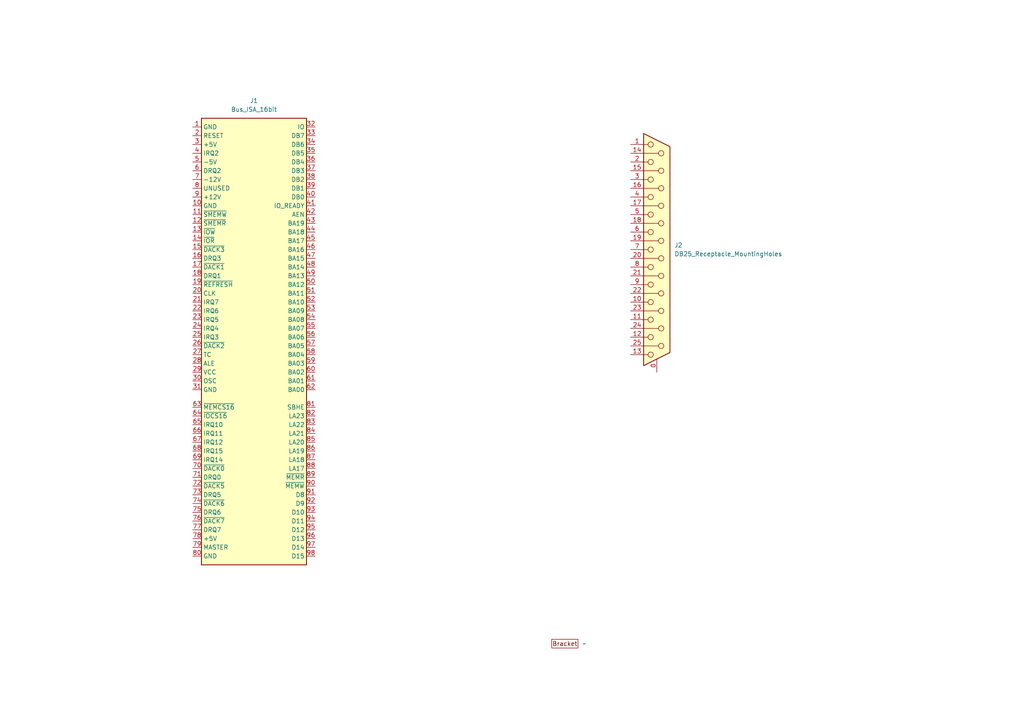
<source format=kicad_sch>
(kicad_sch (version 20231120) (generator "eeschema") (generator_version "8.0")
  (paper "A4")
  (lib_symbols
    (symbol "Connector:Bus_ISA_16bit"
      (property "Reference" "J" (at 0 67.945 0))
      (property "Value" "Bus_ISA_16bit" (at 0 -65.405 0))
      (symbol "Bus_ISA_16bit_0_1"
        (rectangle (start -15.24 -63.5) (end 15.24 66.04) (stroke (width 0.254)) (fill (type background)))
      )
      (symbol "Bus_ISA_16bit_1_1"
        (pin power_in line (at -17.78 63.5 0) (length 2.54) (name "GND") (number "1"))
        (pin power_in line (at -17.78 40.64 0) (length 2.54) (name "GND") (number "10"))
        (pin output line (at -17.78 38.1 0) (length 2.54) (name "~{SMEMW}") (number "11"))
        (pin output line (at -17.78 35.56 0) (length 2.54) (name "~{SMEMR}") (number "12"))
        (pin output line (at -17.78 33.02 0) (length 2.54) (name "~{IOW}") (number "13"))
        (pin output line (at -17.78 30.48 0) (length 2.54) (name "~{IOR}") (number "14"))
        (pin passive line (at -17.78 27.94 0) (length 2.54) (name "~{DACK3}") (number "15"))
        (pin passive line (at -17.78 25.4 0) (length 2.54) (name "DRQ3") (number "16"))
        (pin passive line (at -17.78 22.86 0) (length 2.54) (name "~{DACK1}") (number "17"))
        (pin passive line (at -17.78 20.32 0) (length 2.54) (name "DRQ1") (number "18"))
        (pin passive line (at -17.78 17.78 0) (length 2.54) (name "~{REFRESH}") (number "19"))
        (pin output line (at -17.78 60.96 0) (length 2.54) (name "RESET") (number "2"))
        (pin output line (at -17.78 15.24 0) (length 2.54) (name "CLK") (number "20"))
        (pin passive line (at -17.78 12.7 0) (length 2.54) (name "IRQ7") (number "21"))
        (pin passive line (at -17.78 10.16 0) (length 2.54) (name "IRQ6") (number "22"))
        (pin passive line (at -17.78 7.62 0) (length 2.54) (name "IRQ5") (number "23"))
        (pin passive line (at -17.78 5.08 0) (length 2.54) (name "IRQ4") (number "24"))
        (pin passive line (at -17.78 2.54 0) (length 2.54) (name "IRQ3") (number "25"))
        (pin passive line (at -17.78 0 0) (length 2.54) (name "~{DACK2}") (number "26"))
        (pin passive line (at -17.78 -2.54 0) (length 2.54) (name "TC") (number "27"))
        (pin output line (at -17.78 -5.08 0) (length 2.54) (name "ALE") (number "28"))
        (pin power_in line (at -17.78 -7.62 0) (length 2.54) (name "VCC") (number "29"))
        (pin power_in line (at -17.78 58.42 0) (length 2.54) (name "+5V") (number "3"))
        (pin output line (at -17.78 -10.16 0) (length 2.54) (name "OSC") (number "30"))
        (pin power_in line (at -17.78 -12.7 0) (length 2.54) (name "GND") (number "31"))
        (pin passive line (at 17.78 63.5 180) (length 2.54) (name "IO") (number "32"))
        (pin tri_state line (at 17.78 60.96 180) (length 2.54) (name "DB7") (number "33"))
        (pin tri_state line (at 17.78 58.42 180) (length 2.54) (name "DB6") (number "34"))
        (pin tri_state line (at 17.78 55.88 180) (length 2.54) (name "DB5") (number "35"))
        (pin tri_state line (at 17.78 53.34 180) (length 2.54) (name "DB4") (number "36"))
        (pin tri_state line (at 17.78 50.8 180) (length 2.54) (name "DB3") (number "37"))
        (pin tri_state line (at 17.78 48.26 180) (length 2.54) (name "DB2") (number "38"))
        (pin tri_state line (at 17.78 45.72 180) (length 2.54) (name "DB1") (number "39"))
        (pin passive line (at -17.78 55.88 0) (length 2.54) (name "IRQ2") (number "4"))
        (pin tri_state line (at 17.78 43.18 180) (length 2.54) (name "DB0") (number "40"))
        (pin passive line (at 17.78 40.64 180) (length 2.54) (name "IO_READY") (number "41"))
        (pin output line (at 17.78 38.1 180) (length 2.54) (name "AEN") (number "42"))
        (pin tri_state line (at 17.78 35.56 180) (length 2.54) (name "BA19") (number "43"))
        (pin tri_state line (at 17.78 33.02 180) (length 2.54) (name "BA18") (number "44"))
        (pin tri_state line (at 17.78 30.48 180) (length 2.54) (name "BA17") (number "45"))
        (pin tri_state line (at 17.78 27.94 180) (length 2.54) (name "BA16") (number "46"))
        (pin tri_state line (at 17.78 25.4 180) (length 2.54) (name "BA15") (number "47"))
        (pin tri_state line (at 17.78 22.86 180) (length 2.54) (name "BA14") (number "48"))
        (pin tri_state line (at 17.78 20.32 180) (length 2.54) (name "BA13") (number "49"))
        (pin power_in line (at -17.78 53.34 0) (length 2.54) (name "-5V") (number "5"))
        (pin tri_state line (at 17.78 17.78 180) (length 2.54) (name "BA12") (number "50"))
        (pin tri_state line (at 17.78 15.24 180) (length 2.54) (name "BA11") (number "51"))
        (pin tri_state line (at 17.78 12.7 180) (length 2.54) (name "BA10") (number "52"))
        (pin tri_state line (at 17.78 10.16 180) (length 2.54) (name "BA09") (number "53"))
        (pin tri_state line (at 17.78 7.62 180) (length 2.54) (name "BA08") (number "54"))
        (pin tri_state line (at 17.78 5.08 180) (length 2.54) (name "BA07") (number "55"))
        (pin tri_state line (at 17.78 2.54 180) (length 2.54) (name "BA06") (number "56"))
        (pin tri_state line (at 17.78 0 180) (length 2.54) (name "BA05") (number "57"))
        (pin tri_state line (at 17.78 -2.54 180) (length 2.54) (name "BA04") (number "58"))
        (pin tri_state line (at 17.78 -5.08 180) (length 2.54) (name "BA03") (number "59"))
        (pin passive line (at -17.78 50.8 0) (length 2.54) (name "DRQ2") (number "6"))
        (pin tri_state line (at 17.78 -7.62 180) (length 2.54) (name "BA02") (number "60"))
        (pin tri_state line (at 17.78 -10.16 180) (length 2.54) (name "BA01") (number "61"))
        (pin tri_state line (at 17.78 -12.7 180) (length 2.54) (name "BA00") (number "62"))
        (pin passive line (at -17.78 -17.78 0) (length 2.54) (name "~{MEMCS16}") (number "63"))
        (pin passive line (at -17.78 -20.32 0) (length 2.54) (name "~{IOCS16}") (number "64"))
        (pin passive line (at -17.78 -22.86 0) (length 2.54) (name "IRQ10") (number "65"))
        (pin passive line (at -17.78 -25.4 0) (length 2.54) (name "IRQ11") (number "66"))
        (pin passive line (at -17.78 -27.94 0) (length 2.54) (name "IRQ12") (number "67"))
        (pin passive line (at -17.78 -30.48 0) (length 2.54) (name "IRQ15") (number "68"))
        (pin passive line (at -17.78 -33.02 0) (length 2.54) (name "IRQ14") (number "69"))
        (pin power_in line (at -17.78 48.26 0) (length 2.54) (name "-12V") (number "7"))
        (pin output line (at -17.78 -35.56 0) (length 2.54) (name "~{DACK0}") (number "70"))
        (pin passive line (at -17.78 -38.1 0) (length 2.54) (name "DRQ0") (number "71"))
        (pin output line (at -17.78 -40.64 0) (length 2.54) (name "~{DACK5}") (number "72"))
        (pin passive line (at -17.78 -43.18 0) (length 2.54) (name "DRQ5") (number "73"))
        (pin output line (at -17.78 -45.72 0) (length 2.54) (name "~{DACK6}") (number "74"))
        (pin passive line (at -17.78 -48.26 0) (length 2.54) (name "DRQ6") (number "75"))
        (pin output line (at -17.78 -50.8 0) (length 2.54) (name "~{DACK7}") (number "76"))
        (pin passive line (at -17.78 -53.34 0) (length 2.54) (name "DRQ7") (number "77"))
        (pin power_in line (at -17.78 -55.88 0) (length 2.54) (name "+5V") (number "78"))
        (pin passive line (at -17.78 -58.42 0) (length 2.54) (name "MASTER") (number "79"))
        (pin passive line (at -17.78 45.72 0) (length 2.54) (name "UNUSED") (number "8"))
        (pin power_in line (at -17.78 -60.96 0) (length 2.54) (name "GND") (number "80"))
        (pin passive line (at 17.78 -17.78 180) (length 2.54) (name "SBHE") (number "81"))
        (pin passive line (at 17.78 -20.32 180) (length 2.54) (name "LA23") (number "82"))
        (pin passive line (at 17.78 -22.86 180) (length 2.54) (name "LA22") (number "83"))
        (pin passive line (at 17.78 -25.4 180) (length 2.54) (name "LA21") (number "84"))
        (pin passive line (at 17.78 -27.94 180) (length 2.54) (name "LA20") (number "85"))
        (pin passive line (at 17.78 -30.48 180) (length 2.54) (name "LA19") (number "86"))
        (pin passive line (at 17.78 -33.02 180) (length 2.54) (name "LA18") (number "87"))
        (pin passive line (at 17.78 -35.56 180) (length 2.54) (name "LA17") (number "88"))
        (pin output line (at 17.78 -38.1 180) (length 2.54) (name "~{MEMR}") (number "89"))
        (pin power_in line (at -17.78 43.18 0) (length 2.54) (name "+12V") (number "9"))
        (pin output line (at 17.78 -40.64 180) (length 2.54) (name "~{MEMW}") (number "90"))
        (pin tri_state line (at 17.78 -43.18 180) (length 2.54) (name "D8") (number "91"))
        (pin tri_state line (at 17.78 -45.72 180) (length 2.54) (name "D9") (number "92"))
        (pin tri_state line (at 17.78 -48.26 180) (length 2.54) (name "D10") (number "93"))
        (pin tri_state line (at 17.78 -50.8 180) (length 2.54) (name "D11") (number "94"))
        (pin tri_state line (at 17.78 -53.34 180) (length 2.54) (name "D12") (number "95"))
        (pin tri_state line (at 17.78 -55.88 180) (length 2.54) (name "D13") (number "96"))
        (pin tri_state line (at 17.78 -58.42 180) (length 2.54) (name "D14") (number "97"))
        (pin tri_state line (at 17.78 -60.96 180) (length 2.54) (name "D15") (number "98"))
      )
    )
    (symbol "Connector:DB25_Receptacle_MountingHoles" (pin_names (offset 1.016) hide)
      (property "Reference" "J" (at 0 36.83 0))
      (property "Value" "DB25_Receptacle_MountingHoles" (at 0 34.925 0))
      (symbol "DB25_Receptacle_MountingHoles_0_1"
        (circle (center -1.778 -30.48) (radius 0.762))
        (circle (center -1.778 -25.4) (radius 0.762))
        (circle (center -1.778 -20.32) (radius 0.762))
        (circle (center -1.778 -15.24) (radius 0.762))
        (circle (center -1.778 -10.16) (radius 0.762))
        (circle (center -1.778 -5.08) (radius 0.762))
        (circle (center -1.778 0) (radius 0.762))
        (circle (center -1.778 5.08) (radius 0.762))
        (circle (center -1.778 10.16) (radius 0.762))
        (circle (center -1.778 15.24) (radius 0.762))
        (circle (center -1.778 20.32) (radius 0.762))
        (circle (center -1.778 25.4) (radius 0.762))
        (circle (center -1.778 30.48) (radius 0.762))
        (polyline (pts (xy -3.81 -30.48) (xy -2.54 -30.48)))
        (polyline (pts (xy -3.81 -27.94) (xy 0.508 -27.94)))
        (polyline (pts (xy -3.81 -25.4) (xy -2.54 -25.4)))
        (polyline (pts (xy -3.81 -22.86) (xy 0.508 -22.86)))
        (polyline (pts (xy -3.81 -20.32) (xy -2.54 -20.32)))
        (polyline (pts (xy -3.81 -17.78) (xy 0.508 -17.78)))
        (polyline (pts (xy -3.81 -15.24) (xy -2.54 -15.24)))
        (polyline (pts (xy -3.81 -12.7) (xy 0.508 -12.7)))
        (polyline (pts (xy -3.81 -10.16) (xy -2.54 -10.16)))
        (polyline (pts (xy -3.81 -7.62) (xy 0.508 -7.62)))
        (polyline (pts (xy -3.81 -5.08) (xy -2.54 -5.08)))
        (polyline (pts (xy -3.81 -2.54) (xy 0.508 -2.54)))
        (polyline (pts (xy -3.81 0) (xy -2.54 0)))
        (polyline (pts (xy -3.81 2.54) (xy 0.508 2.54)))
        (polyline (pts (xy -3.81 5.08) (xy -2.54 5.08)))
        (polyline (pts (xy -3.81 7.62) (xy 0.508 7.62)))
        (polyline (pts (xy -3.81 10.16) (xy -2.54 10.16)))
        (polyline (pts (xy -3.81 12.7) (xy 0.508 12.7)))
        (polyline (pts (xy -3.81 15.24) (xy -2.54 15.24)))
        (polyline (pts (xy -3.81 17.78) (xy 0.508 17.78)))
        (polyline (pts (xy -3.81 20.32) (xy -2.54 20.32)))
        (polyline (pts (xy -3.81 22.86) (xy 0.508 22.86)))
        (polyline (pts (xy -3.81 25.4) (xy -2.54 25.4)))
        (polyline (pts (xy -3.81 27.94) (xy 0.508 27.94)))
        (polyline (pts (xy -3.81 30.48) (xy -2.54 30.48)))
        (polyline (pts (xy -3.81 33.655) (xy 3.81 29.845) (xy 3.81 -29.845) (xy -3.81 -33.655) (xy -3.81 33.655)) (stroke (width 0.254)) (fill (type background)))
        (circle (center 1.27 -27.94) (radius 0.762))
        (circle (center 1.27 -22.86) (radius 0.762))
        (circle (center 1.27 -17.78) (radius 0.762))
        (circle (center 1.27 -12.7) (radius 0.762))
        (circle (center 1.27 -7.62) (radius 0.762))
        (circle (center 1.27 -2.54) (radius 0.762))
        (circle (center 1.27 2.54) (radius 0.762))
        (circle (center 1.27 7.62) (radius 0.762))
        (circle (center 1.27 12.7) (radius 0.762))
        (circle (center 1.27 17.78) (radius 0.762))
        (circle (center 1.27 22.86) (radius 0.762))
        (circle (center 1.27 27.94) (radius 0.762))
      )
      (symbol "DB25_Receptacle_MountingHoles_1_1"
        (pin passive line (at 0 -35.56 90) (length 3.81) (name "PAD") (number "0"))
        (pin passive line (at -7.62 30.48 0) (length 3.81) (name "1") (number "1"))
        (pin passive line (at -7.62 -15.24 0) (length 3.81) (name "10") (number "10"))
        (pin passive line (at -7.62 -20.32 0) (length 3.81) (name "11") (number "11"))
        (pin passive line (at -7.62 -25.4 0) (length 3.81) (name "12") (number "12"))
        (pin passive line (at -7.62 -30.48 0) (length 3.81) (name "13") (number "13"))
        (pin passive line (at -7.62 27.94 0) (length 3.81) (name "P14") (number "14"))
        (pin passive line (at -7.62 22.86 0) (length 3.81) (name "P15") (number "15"))
        (pin passive line (at -7.62 17.78 0) (length 3.81) (name "P16") (number "16"))
        (pin passive line (at -7.62 12.7 0) (length 3.81) (name "P17") (number "17"))
        (pin passive line (at -7.62 7.62 0) (length 3.81) (name "P18") (number "18"))
        (pin passive line (at -7.62 2.54 0) (length 3.81) (name "P19") (number "19"))
        (pin passive line (at -7.62 25.4 0) (length 3.81) (name "2") (number "2"))
        (pin passive line (at -7.62 -2.54 0) (length 3.81) (name "P20") (number "20"))
        (pin passive line (at -7.62 -7.62 0) (length 3.81) (name "P21") (number "21"))
        (pin passive line (at -7.62 -12.7 0) (length 3.81) (name "P22") (number "22"))
        (pin passive line (at -7.62 -17.78 0) (length 3.81) (name "P23") (number "23"))
        (pin passive line (at -7.62 -22.86 0) (length 3.81) (name "P24") (number "24"))
        (pin passive line (at -7.62 -27.94 0) (length 3.81) (name "P25") (number "25"))
        (pin passive line (at -7.62 20.32 0) (length 3.81) (name "3") (number "3"))
        (pin passive line (at -7.62 15.24 0) (length 3.81) (name "4") (number "4"))
        (pin passive line (at -7.62 10.16 0) (length 3.81) (name "5") (number "5"))
        (pin passive line (at -7.62 5.08 0) (length 3.81) (name "6") (number "6"))
        (pin passive line (at -7.62 0 0) (length 3.81) (name "7") (number "7"))
        (pin passive line (at -7.62 -5.08 0) (length 3.81) (name "8") (number "8"))
        (pin passive line (at -7.62 -10.16 0) (length 3.81) (name "9") (number "9"))
      )
    )
    (symbol "pc-parts:9202"
      (symbol "9202_1_1"
        (rectangle (start -3.81 1.27) (end 3.81 -1.27))
        (text "Bracket" (at 0 0 0) (effects (font (size 1.27 1.27))))
      )
    )
  )
  (symbol (lib_id "pc-parts:9202") (at 163.83 186.69 0) (unit 1)
    (property "Reference" "BRACKET1" (effects (hide yes)))
    (property "Value" "~" (at 168.91 186.69 0) (effects (justify left)))
    (property "Footprint" "pc-parts:PC_BRACKET_ISA_KEYSTONE_9200_Rev1_1" (effects (hide yes)))
  )
  (symbol (lib_id "Connector:DB25_Receptacle_MountingHoles") (at 190.5 72.39 0) (unit 1)
    (property "Reference" "J2" (at 195.58 71.1199 0) (effects (justify left)))
    (property "Value" "DB25_Receptacle_MountingHoles" (at 195.58 73.6599 0) (effects (justify left)))
    (property "Footprint" "Connector_Dsub:DSUB-25_Female_Horizontal_P2.77x2.84mm_EdgePinOffset4.94mm_Housed_MountingHolesOffset4.94mm" (effects (hide yes)))
    (property "Description" "25-pin female receptacle socket D-SUB connector, Mounting Hole" (effects (hide yes)))
  )
  (symbol (lib_id "Connector:Bus_ISA_16bit") (at 73.66 100.33 0) (unit 1)
    (property "Reference" "J1" (at 73.66 29.21 0))
    (property "Value" "Bus_ISA_16bit" (at 73.66 31.75 0))
    (property "Footprint" "Connector_PCBEdge:BUS_AT" (effects (hide yes)))
    (property "Datasheet" "https://en.wikipedia.org/wiki/Industry_Standard_Architecture" (effects (hide yes)))
    (property "Description" "16-bit ISA-AT bus connector" (effects (hide yes)))
  )
)
</source>
